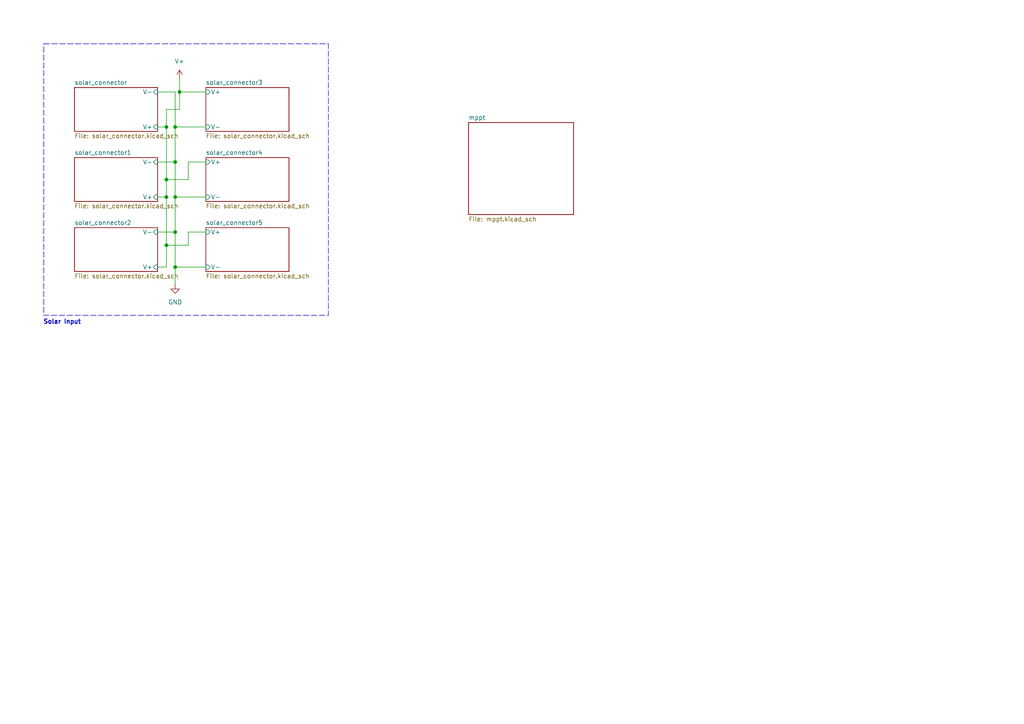
<source format=kicad_sch>
(kicad_sch (version 20250114) (generator "eeschema") (generator_version "9.0")
  (paper "A4")
  (title_block (title "MESS EPS") (date "2025-06-02") (rev "r1"))
  (lib_symbols
    (symbol "power:GND" (power) (pin_numbers (hide yes)) (pin_names (offset 0) (hide yes))
      (property "Value" "GND" (at 0 -3.81 0))
      (symbol "GND_0_1"
        (polyline (pts (xy 0 0) (xy 0 -1.27) (xy 1.27 -1.27) (xy 0 -2.54) (xy -1.27 -1.27) (xy 0 -1.27)))
      )
      (symbol "GND_1_1"
        (pin power_in line (at 0 0 270) (length 0) (name "~") (number "1"))
      )
    )
    (symbol "power:VDDA" (power) (pin_numbers (hide yes)) (pin_names (offset 0) (hide yes))
      (property "Value" "VDDA" (at 0 3.556 0))
      (symbol "VDDA_0_1"
        (polyline (pts (xy -0.762 1.27) (xy 0 2.54)))
        (polyline (pts (xy 0 2.54) (xy 0.762 1.27)))
        (polyline (pts (xy 0 0) (xy 0 2.54)))
      )
      (symbol "VDDA_1_1"
        (pin power_in line (at 0 0 90) (length 0) (name "~") (number "1"))
      )
    )
  )
  (rectangle (start 12.7 12.7) (end 95.25 91.44) (stroke (width 0) (type dash)))
  (text "Solar Input\n" (at 18.034 93.472 0) (effects (font (size 1.27 1.27) (thickness 0.254) (bold yes))))
  (junction (at 50.8 57.15))
  (junction (at 50.8 77.47))
  (junction (at 50.8 36.83))
  (junction (at 50.8 67.31))
  (junction (at 48.26 71.12))
  (junction (at 48.26 57.15))
  (junction (at 52.07 26.67))
  (junction (at 50.8 46.99))
  (junction (at 48.26 52.07))
  (junction (at 48.26 36.83))
  (wire (pts (xy 52.07 26.67) (xy 52.07 22.86)))
  (wire (pts (xy 48.26 36.83) (xy 48.26 52.07)))
  (wire (pts (xy 48.26 71.12) (xy 48.26 57.15)))
  (wire (pts (xy 59.69 77.47) (xy 50.8 77.47)))
  (wire (pts (xy 48.26 31.75) (xy 52.07 31.75)))
  (wire (pts (xy 50.8 36.83) (xy 59.69 36.83)))
  (wire (pts (xy 50.8 67.31) (xy 50.8 77.47)))
  (wire (pts (xy 52.07 31.75) (xy 52.07 26.67)))
  (wire (pts (xy 45.72 67.31) (xy 50.8 67.31)))
  (wire (pts (xy 50.8 57.15) (xy 50.8 67.31)))
  (wire (pts (xy 54.61 71.12) (xy 48.26 71.12)))
  (wire (pts (xy 59.69 46.99) (xy 54.61 46.99)))
  (wire (pts (xy 45.72 26.67) (xy 50.8 26.67)))
  (wire (pts (xy 54.61 52.07) (xy 48.26 52.07)))
  (wire (pts (xy 50.8 26.67) (xy 50.8 36.83)))
  (wire (pts (xy 45.72 36.83) (xy 48.26 36.83)))
  (wire (pts (xy 45.72 77.47) (xy 48.26 77.47)))
  (wire (pts (xy 50.8 77.47) (xy 50.8 82.55)))
  (wire (pts (xy 54.61 67.31) (xy 54.61 71.12)))
  (wire (pts (xy 48.26 77.47) (xy 48.26 71.12)))
  (wire (pts (xy 59.69 26.67) (xy 52.07 26.67)))
  (wire (pts (xy 48.26 52.07) (xy 48.26 57.15)))
  (wire (pts (xy 50.8 36.83) (xy 50.8 46.99)))
  (wire (pts (xy 48.26 36.83) (xy 48.26 31.75)))
  (wire (pts (xy 54.61 46.99) (xy 54.61 52.07)))
  (wire (pts (xy 45.72 46.99) (xy 50.8 46.99)))
  (wire (pts (xy 50.8 57.15) (xy 59.69 57.15)))
  (wire (pts (xy 59.69 67.31) (xy 54.61 67.31)))
  (wire (pts (xy 50.8 46.99) (xy 50.8 57.15)))
  (wire (pts (xy 45.72 57.15) (xy 48.26 57.15)))
  (symbol (lib_id "power:VDDA") (at 52.07 22.86 0) (unit 1)
    (property "Reference" "#PWR01" (effects (hide yes)))
    (property "Value" "V+" (at 52.07 17.78 0))
    (property "Description" "Power symbol creates a global label with name \"VDDA\"" (effects (hide yes)))
  )
  (symbol (lib_id "power:GND") (at 50.8 82.55 0) (unit 1)
    (property "Reference" "#PWR02" (effects (hide yes)))
    (property "Value" "GND" (at 50.8 87.63 0))
    (property "Description" "Power symbol creates a global label with name \"GND\" , ground" (effects (hide yes)))
  )
  (sheet (at 21.59 66.04) (size 24.13 12.7) (stroke (width 0.1524))
    (property "Sheetname" "solar_connector2" (at 21.59 65.3284 0) (effects (justify left bottom)))
    (property "Sheetfile" "solar_connector.kicad_sch" (at 21.59 79.3246 0) (effects (justify left top)))
    (pin "V-" input (at 45.72 67.31 0))
    (pin "V+" input (at 45.72 77.47 0))
  )
  (sheet (at 21.59 45.72) (size 24.13 12.7) (stroke (width 0.1524))
    (property "Sheetname" "solar_connector1" (at 21.59 45.0084 0) (effects (justify left bottom)))
    (property "Sheetfile" "solar_connector.kicad_sch" (at 21.59 59.0046 0) (effects (justify left top)))
    (pin "V-" input (at 45.72 46.99 0))
    (pin "V+" input (at 45.72 57.15 0))
  )
  (sheet (at 21.59 25.4) (size 24.13 12.7) (stroke (width 0.1524))
    (property "Sheetname" "solar_connector" (at 21.59 24.6884 0) (effects (justify left bottom)))
    (property "Sheetfile" "solar_connector.kicad_sch" (at 21.59 38.6846 0) (effects (justify left top)))
    (pin "V-" input (at 45.72 26.67 0))
    (pin "V+" input (at 45.72 36.83 0))
  )
  (sheet (at 59.69 66.04) (size 24.13 12.7) (stroke (width 0.1524))
    (property "Sheetname" "solar_connector5" (at 59.69 65.3284 0) (effects (justify left bottom)))
    (property "Sheetfile" "solar_connector.kicad_sch" (at 59.69 79.3246 0) (effects (justify left top)))
    (pin "V-" input (at 59.69 77.47 180))
    (pin "V+" input (at 59.69 67.31 180))
  )
  (sheet (at 59.69 45.72) (size 24.13 12.7) (stroke (width 0.1524))
    (property "Sheetname" "solar_connector4" (at 59.69 45.0084 0) (effects (justify left bottom)))
    (property "Sheetfile" "solar_connector.kicad_sch" (at 59.69 59.0046 0) (effects (justify left top)))
    (pin "V-" input (at 59.69 57.15 180))
    (pin "V+" input (at 59.69 46.99 180))
  )
  (sheet (at 135.89 35.56) (size 30.48 26.67) (stroke (width 0.1524))
    (property "Sheetname" "mppt" (at 135.89 34.8484 0) (effects (justify left bottom)))
    (property "Sheetfile" "mppt.kicad_sch" (at 135.89 62.8146 0) (effects (justify left top)))
  )
  (sheet (at 59.69 25.4) (size 24.13 12.7) (stroke (width 0.1524))
    (property "Sheetname" "solar_connector3" (at 59.69 24.6884 0) (effects (justify left bottom)))
    (property "Sheetfile" "solar_connector.kicad_sch" (at 59.69 38.6846 0) (effects (justify left top)))
    (pin "V-" input (at 59.69 36.83 180))
    (pin "V+" input (at 59.69 26.67 180))
  )
)
</source>
